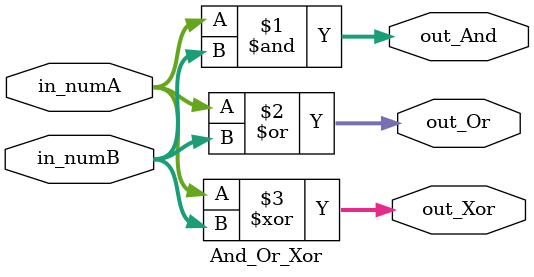
<source format=v>
module And_Or_Xor(in_numA, in_numB, out_And, out_Or, out_Xor);
    parameter DATA_WIDTH = 64;

    input   [DATA_WIDTH - 1:0] in_numA, in_numB;
    output  [DATA_WIDTH - 1:0] out_And, out_Or, out_Xor;

    assign out_And = in_numA & in_numB;
    assign out_Or = in_numA | in_numB;
    assign out_Xor = in_numA ^ in_numB;
endmodule
</source>
